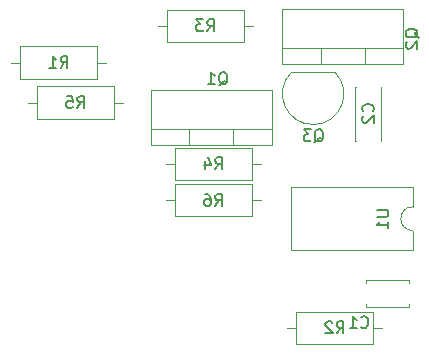
<source format=gbr>
%TF.GenerationSoftware,KiCad,Pcbnew,9.0.2*%
%TF.CreationDate,2025-07-18T12:05:27+02:00*%
%TF.ProjectId,Ligther,4c696774-6865-4722-9e6b-696361645f70,rev?*%
%TF.SameCoordinates,Original*%
%TF.FileFunction,Legend,Bot*%
%TF.FilePolarity,Positive*%
%FSLAX46Y46*%
G04 Gerber Fmt 4.6, Leading zero omitted, Abs format (unit mm)*
G04 Created by KiCad (PCBNEW 9.0.2) date 2025-07-18 12:05:27*
%MOMM*%
%LPD*%
G01*
G04 APERTURE LIST*
%ADD10C,0.150000*%
%ADD11C,0.120000*%
G04 APERTURE END LIST*
D10*
X92096666Y-39174819D02*
X92429999Y-38698628D01*
X92668094Y-39174819D02*
X92668094Y-38174819D01*
X92668094Y-38174819D02*
X92287142Y-38174819D01*
X92287142Y-38174819D02*
X92191904Y-38222438D01*
X92191904Y-38222438D02*
X92144285Y-38270057D01*
X92144285Y-38270057D02*
X92096666Y-38365295D01*
X92096666Y-38365295D02*
X92096666Y-38508152D01*
X92096666Y-38508152D02*
X92144285Y-38603390D01*
X92144285Y-38603390D02*
X92191904Y-38651009D01*
X92191904Y-38651009D02*
X92287142Y-38698628D01*
X92287142Y-38698628D02*
X92668094Y-38698628D01*
X91144285Y-39174819D02*
X91715713Y-39174819D01*
X91429999Y-39174819D02*
X91429999Y-38174819D01*
X91429999Y-38174819D02*
X91525237Y-38317676D01*
X91525237Y-38317676D02*
X91620475Y-38412914D01*
X91620475Y-38412914D02*
X91715713Y-38460533D01*
X105485238Y-40630057D02*
X105580476Y-40582438D01*
X105580476Y-40582438D02*
X105675714Y-40487200D01*
X105675714Y-40487200D02*
X105818571Y-40344342D01*
X105818571Y-40344342D02*
X105913809Y-40296723D01*
X105913809Y-40296723D02*
X106009047Y-40296723D01*
X105961428Y-40534819D02*
X106056666Y-40487200D01*
X106056666Y-40487200D02*
X106151904Y-40391961D01*
X106151904Y-40391961D02*
X106199523Y-40201485D01*
X106199523Y-40201485D02*
X106199523Y-39868152D01*
X106199523Y-39868152D02*
X106151904Y-39677676D01*
X106151904Y-39677676D02*
X106056666Y-39582438D01*
X106056666Y-39582438D02*
X105961428Y-39534819D01*
X105961428Y-39534819D02*
X105770952Y-39534819D01*
X105770952Y-39534819D02*
X105675714Y-39582438D01*
X105675714Y-39582438D02*
X105580476Y-39677676D01*
X105580476Y-39677676D02*
X105532857Y-39868152D01*
X105532857Y-39868152D02*
X105532857Y-40201485D01*
X105532857Y-40201485D02*
X105580476Y-40391961D01*
X105580476Y-40391961D02*
X105675714Y-40487200D01*
X105675714Y-40487200D02*
X105770952Y-40534819D01*
X105770952Y-40534819D02*
X105961428Y-40534819D01*
X104580476Y-40534819D02*
X105151904Y-40534819D01*
X104866190Y-40534819D02*
X104866190Y-39534819D01*
X104866190Y-39534819D02*
X104961428Y-39677676D01*
X104961428Y-39677676D02*
X105056666Y-39772914D01*
X105056666Y-39772914D02*
X105151904Y-39820533D01*
X115476666Y-61624819D02*
X115809999Y-61148628D01*
X116048094Y-61624819D02*
X116048094Y-60624819D01*
X116048094Y-60624819D02*
X115667142Y-60624819D01*
X115667142Y-60624819D02*
X115571904Y-60672438D01*
X115571904Y-60672438D02*
X115524285Y-60720057D01*
X115524285Y-60720057D02*
X115476666Y-60815295D01*
X115476666Y-60815295D02*
X115476666Y-60958152D01*
X115476666Y-60958152D02*
X115524285Y-61053390D01*
X115524285Y-61053390D02*
X115571904Y-61101009D01*
X115571904Y-61101009D02*
X115667142Y-61148628D01*
X115667142Y-61148628D02*
X116048094Y-61148628D01*
X115095713Y-60720057D02*
X115048094Y-60672438D01*
X115048094Y-60672438D02*
X114952856Y-60624819D01*
X114952856Y-60624819D02*
X114714761Y-60624819D01*
X114714761Y-60624819D02*
X114619523Y-60672438D01*
X114619523Y-60672438D02*
X114571904Y-60720057D01*
X114571904Y-60720057D02*
X114524285Y-60815295D01*
X114524285Y-60815295D02*
X114524285Y-60910533D01*
X114524285Y-60910533D02*
X114571904Y-61053390D01*
X114571904Y-61053390D02*
X115143332Y-61624819D01*
X115143332Y-61624819D02*
X114524285Y-61624819D01*
X105206666Y-50844819D02*
X105539999Y-50368628D01*
X105778094Y-50844819D02*
X105778094Y-49844819D01*
X105778094Y-49844819D02*
X105397142Y-49844819D01*
X105397142Y-49844819D02*
X105301904Y-49892438D01*
X105301904Y-49892438D02*
X105254285Y-49940057D01*
X105254285Y-49940057D02*
X105206666Y-50035295D01*
X105206666Y-50035295D02*
X105206666Y-50178152D01*
X105206666Y-50178152D02*
X105254285Y-50273390D01*
X105254285Y-50273390D02*
X105301904Y-50321009D01*
X105301904Y-50321009D02*
X105397142Y-50368628D01*
X105397142Y-50368628D02*
X105778094Y-50368628D01*
X104349523Y-49844819D02*
X104539999Y-49844819D01*
X104539999Y-49844819D02*
X104635237Y-49892438D01*
X104635237Y-49892438D02*
X104682856Y-49940057D01*
X104682856Y-49940057D02*
X104778094Y-50082914D01*
X104778094Y-50082914D02*
X104825713Y-50273390D01*
X104825713Y-50273390D02*
X104825713Y-50654342D01*
X104825713Y-50654342D02*
X104778094Y-50749580D01*
X104778094Y-50749580D02*
X104730475Y-50797200D01*
X104730475Y-50797200D02*
X104635237Y-50844819D01*
X104635237Y-50844819D02*
X104444761Y-50844819D01*
X104444761Y-50844819D02*
X104349523Y-50797200D01*
X104349523Y-50797200D02*
X104301904Y-50749580D01*
X104301904Y-50749580D02*
X104254285Y-50654342D01*
X104254285Y-50654342D02*
X104254285Y-50416247D01*
X104254285Y-50416247D02*
X104301904Y-50321009D01*
X104301904Y-50321009D02*
X104349523Y-50273390D01*
X104349523Y-50273390D02*
X104444761Y-50225771D01*
X104444761Y-50225771D02*
X104635237Y-50225771D01*
X104635237Y-50225771D02*
X104730475Y-50273390D01*
X104730475Y-50273390D02*
X104778094Y-50321009D01*
X104778094Y-50321009D02*
X104825713Y-50416247D01*
X118854819Y-51188095D02*
X119664342Y-51188095D01*
X119664342Y-51188095D02*
X119759580Y-51235714D01*
X119759580Y-51235714D02*
X119807200Y-51283333D01*
X119807200Y-51283333D02*
X119854819Y-51378571D01*
X119854819Y-51378571D02*
X119854819Y-51569047D01*
X119854819Y-51569047D02*
X119807200Y-51664285D01*
X119807200Y-51664285D02*
X119759580Y-51711904D01*
X119759580Y-51711904D02*
X119664342Y-51759523D01*
X119664342Y-51759523D02*
X118854819Y-51759523D01*
X119854819Y-52759523D02*
X119854819Y-52188095D01*
X119854819Y-52473809D02*
X118854819Y-52473809D01*
X118854819Y-52473809D02*
X118997676Y-52378571D01*
X118997676Y-52378571D02*
X119092914Y-52283333D01*
X119092914Y-52283333D02*
X119140533Y-52188095D01*
X104526666Y-36064819D02*
X104859999Y-35588628D01*
X105098094Y-36064819D02*
X105098094Y-35064819D01*
X105098094Y-35064819D02*
X104717142Y-35064819D01*
X104717142Y-35064819D02*
X104621904Y-35112438D01*
X104621904Y-35112438D02*
X104574285Y-35160057D01*
X104574285Y-35160057D02*
X104526666Y-35255295D01*
X104526666Y-35255295D02*
X104526666Y-35398152D01*
X104526666Y-35398152D02*
X104574285Y-35493390D01*
X104574285Y-35493390D02*
X104621904Y-35541009D01*
X104621904Y-35541009D02*
X104717142Y-35588628D01*
X104717142Y-35588628D02*
X105098094Y-35588628D01*
X104193332Y-35064819D02*
X103574285Y-35064819D01*
X103574285Y-35064819D02*
X103907618Y-35445771D01*
X103907618Y-35445771D02*
X103764761Y-35445771D01*
X103764761Y-35445771D02*
X103669523Y-35493390D01*
X103669523Y-35493390D02*
X103621904Y-35541009D01*
X103621904Y-35541009D02*
X103574285Y-35636247D01*
X103574285Y-35636247D02*
X103574285Y-35874342D01*
X103574285Y-35874342D02*
X103621904Y-35969580D01*
X103621904Y-35969580D02*
X103669523Y-36017200D01*
X103669523Y-36017200D02*
X103764761Y-36064819D01*
X103764761Y-36064819D02*
X104050475Y-36064819D01*
X104050475Y-36064819D02*
X104145713Y-36017200D01*
X104145713Y-36017200D02*
X104193332Y-35969580D01*
X113585238Y-45470057D02*
X113680476Y-45422438D01*
X113680476Y-45422438D02*
X113775714Y-45327200D01*
X113775714Y-45327200D02*
X113918571Y-45184342D01*
X113918571Y-45184342D02*
X114013809Y-45136723D01*
X114013809Y-45136723D02*
X114109047Y-45136723D01*
X114061428Y-45374819D02*
X114156666Y-45327200D01*
X114156666Y-45327200D02*
X114251904Y-45231961D01*
X114251904Y-45231961D02*
X114299523Y-45041485D01*
X114299523Y-45041485D02*
X114299523Y-44708152D01*
X114299523Y-44708152D02*
X114251904Y-44517676D01*
X114251904Y-44517676D02*
X114156666Y-44422438D01*
X114156666Y-44422438D02*
X114061428Y-44374819D01*
X114061428Y-44374819D02*
X113870952Y-44374819D01*
X113870952Y-44374819D02*
X113775714Y-44422438D01*
X113775714Y-44422438D02*
X113680476Y-44517676D01*
X113680476Y-44517676D02*
X113632857Y-44708152D01*
X113632857Y-44708152D02*
X113632857Y-45041485D01*
X113632857Y-45041485D02*
X113680476Y-45231961D01*
X113680476Y-45231961D02*
X113775714Y-45327200D01*
X113775714Y-45327200D02*
X113870952Y-45374819D01*
X113870952Y-45374819D02*
X114061428Y-45374819D01*
X113299523Y-44374819D02*
X112680476Y-44374819D01*
X112680476Y-44374819D02*
X113013809Y-44755771D01*
X113013809Y-44755771D02*
X112870952Y-44755771D01*
X112870952Y-44755771D02*
X112775714Y-44803390D01*
X112775714Y-44803390D02*
X112728095Y-44851009D01*
X112728095Y-44851009D02*
X112680476Y-44946247D01*
X112680476Y-44946247D02*
X112680476Y-45184342D01*
X112680476Y-45184342D02*
X112728095Y-45279580D01*
X112728095Y-45279580D02*
X112775714Y-45327200D01*
X112775714Y-45327200D02*
X112870952Y-45374819D01*
X112870952Y-45374819D02*
X113156666Y-45374819D01*
X113156666Y-45374819D02*
X113251904Y-45327200D01*
X113251904Y-45327200D02*
X113299523Y-45279580D01*
X117546666Y-61099580D02*
X117594285Y-61147200D01*
X117594285Y-61147200D02*
X117737142Y-61194819D01*
X117737142Y-61194819D02*
X117832380Y-61194819D01*
X117832380Y-61194819D02*
X117975237Y-61147200D01*
X117975237Y-61147200D02*
X118070475Y-61051961D01*
X118070475Y-61051961D02*
X118118094Y-60956723D01*
X118118094Y-60956723D02*
X118165713Y-60766247D01*
X118165713Y-60766247D02*
X118165713Y-60623390D01*
X118165713Y-60623390D02*
X118118094Y-60432914D01*
X118118094Y-60432914D02*
X118070475Y-60337676D01*
X118070475Y-60337676D02*
X117975237Y-60242438D01*
X117975237Y-60242438D02*
X117832380Y-60194819D01*
X117832380Y-60194819D02*
X117737142Y-60194819D01*
X117737142Y-60194819D02*
X117594285Y-60242438D01*
X117594285Y-60242438D02*
X117546666Y-60290057D01*
X116594285Y-61194819D02*
X117165713Y-61194819D01*
X116879999Y-61194819D02*
X116879999Y-60194819D01*
X116879999Y-60194819D02*
X116975237Y-60337676D01*
X116975237Y-60337676D02*
X117070475Y-60432914D01*
X117070475Y-60432914D02*
X117165713Y-60480533D01*
X118539580Y-42853333D02*
X118587200Y-42805714D01*
X118587200Y-42805714D02*
X118634819Y-42662857D01*
X118634819Y-42662857D02*
X118634819Y-42567619D01*
X118634819Y-42567619D02*
X118587200Y-42424762D01*
X118587200Y-42424762D02*
X118491961Y-42329524D01*
X118491961Y-42329524D02*
X118396723Y-42281905D01*
X118396723Y-42281905D02*
X118206247Y-42234286D01*
X118206247Y-42234286D02*
X118063390Y-42234286D01*
X118063390Y-42234286D02*
X117872914Y-42281905D01*
X117872914Y-42281905D02*
X117777676Y-42329524D01*
X117777676Y-42329524D02*
X117682438Y-42424762D01*
X117682438Y-42424762D02*
X117634819Y-42567619D01*
X117634819Y-42567619D02*
X117634819Y-42662857D01*
X117634819Y-42662857D02*
X117682438Y-42805714D01*
X117682438Y-42805714D02*
X117730057Y-42853333D01*
X117730057Y-43234286D02*
X117682438Y-43281905D01*
X117682438Y-43281905D02*
X117634819Y-43377143D01*
X117634819Y-43377143D02*
X117634819Y-43615238D01*
X117634819Y-43615238D02*
X117682438Y-43710476D01*
X117682438Y-43710476D02*
X117730057Y-43758095D01*
X117730057Y-43758095D02*
X117825295Y-43805714D01*
X117825295Y-43805714D02*
X117920533Y-43805714D01*
X117920533Y-43805714D02*
X118063390Y-43758095D01*
X118063390Y-43758095D02*
X118634819Y-43186667D01*
X118634819Y-43186667D02*
X118634819Y-43805714D01*
X93526666Y-42554819D02*
X93859999Y-42078628D01*
X94098094Y-42554819D02*
X94098094Y-41554819D01*
X94098094Y-41554819D02*
X93717142Y-41554819D01*
X93717142Y-41554819D02*
X93621904Y-41602438D01*
X93621904Y-41602438D02*
X93574285Y-41650057D01*
X93574285Y-41650057D02*
X93526666Y-41745295D01*
X93526666Y-41745295D02*
X93526666Y-41888152D01*
X93526666Y-41888152D02*
X93574285Y-41983390D01*
X93574285Y-41983390D02*
X93621904Y-42031009D01*
X93621904Y-42031009D02*
X93717142Y-42078628D01*
X93717142Y-42078628D02*
X94098094Y-42078628D01*
X92621904Y-41554819D02*
X93098094Y-41554819D01*
X93098094Y-41554819D02*
X93145713Y-42031009D01*
X93145713Y-42031009D02*
X93098094Y-41983390D01*
X93098094Y-41983390D02*
X93002856Y-41935771D01*
X93002856Y-41935771D02*
X92764761Y-41935771D01*
X92764761Y-41935771D02*
X92669523Y-41983390D01*
X92669523Y-41983390D02*
X92621904Y-42031009D01*
X92621904Y-42031009D02*
X92574285Y-42126247D01*
X92574285Y-42126247D02*
X92574285Y-42364342D01*
X92574285Y-42364342D02*
X92621904Y-42459580D01*
X92621904Y-42459580D02*
X92669523Y-42507200D01*
X92669523Y-42507200D02*
X92764761Y-42554819D01*
X92764761Y-42554819D02*
X93002856Y-42554819D01*
X93002856Y-42554819D02*
X93098094Y-42507200D01*
X93098094Y-42507200D02*
X93145713Y-42459580D01*
X122410057Y-36624761D02*
X122362438Y-36529523D01*
X122362438Y-36529523D02*
X122267200Y-36434285D01*
X122267200Y-36434285D02*
X122124342Y-36291428D01*
X122124342Y-36291428D02*
X122076723Y-36196190D01*
X122076723Y-36196190D02*
X122076723Y-36100952D01*
X122314819Y-36148571D02*
X122267200Y-36053333D01*
X122267200Y-36053333D02*
X122171961Y-35958095D01*
X122171961Y-35958095D02*
X121981485Y-35910476D01*
X121981485Y-35910476D02*
X121648152Y-35910476D01*
X121648152Y-35910476D02*
X121457676Y-35958095D01*
X121457676Y-35958095D02*
X121362438Y-36053333D01*
X121362438Y-36053333D02*
X121314819Y-36148571D01*
X121314819Y-36148571D02*
X121314819Y-36339047D01*
X121314819Y-36339047D02*
X121362438Y-36434285D01*
X121362438Y-36434285D02*
X121457676Y-36529523D01*
X121457676Y-36529523D02*
X121648152Y-36577142D01*
X121648152Y-36577142D02*
X121981485Y-36577142D01*
X121981485Y-36577142D02*
X122171961Y-36529523D01*
X122171961Y-36529523D02*
X122267200Y-36434285D01*
X122267200Y-36434285D02*
X122314819Y-36339047D01*
X122314819Y-36339047D02*
X122314819Y-36148571D01*
X121410057Y-36958095D02*
X121362438Y-37005714D01*
X121362438Y-37005714D02*
X121314819Y-37100952D01*
X121314819Y-37100952D02*
X121314819Y-37339047D01*
X121314819Y-37339047D02*
X121362438Y-37434285D01*
X121362438Y-37434285D02*
X121410057Y-37481904D01*
X121410057Y-37481904D02*
X121505295Y-37529523D01*
X121505295Y-37529523D02*
X121600533Y-37529523D01*
X121600533Y-37529523D02*
X121743390Y-37481904D01*
X121743390Y-37481904D02*
X122314819Y-36910476D01*
X122314819Y-36910476D02*
X122314819Y-37529523D01*
X105206666Y-47734819D02*
X105539999Y-47258628D01*
X105778094Y-47734819D02*
X105778094Y-46734819D01*
X105778094Y-46734819D02*
X105397142Y-46734819D01*
X105397142Y-46734819D02*
X105301904Y-46782438D01*
X105301904Y-46782438D02*
X105254285Y-46830057D01*
X105254285Y-46830057D02*
X105206666Y-46925295D01*
X105206666Y-46925295D02*
X105206666Y-47068152D01*
X105206666Y-47068152D02*
X105254285Y-47163390D01*
X105254285Y-47163390D02*
X105301904Y-47211009D01*
X105301904Y-47211009D02*
X105397142Y-47258628D01*
X105397142Y-47258628D02*
X105778094Y-47258628D01*
X104349523Y-47068152D02*
X104349523Y-47734819D01*
X104587618Y-46687200D02*
X104825713Y-47401485D01*
X104825713Y-47401485D02*
X104206666Y-47401485D01*
D11*
%TO.C,R1*%
X87900000Y-38710000D02*
X88670000Y-38710000D01*
X95980000Y-38710000D02*
X95210000Y-38710000D01*
X88670000Y-40080000D02*
X95210000Y-40080000D01*
X95210000Y-37340000D01*
X88670000Y-37340000D01*
X88670000Y-40080000D01*
%TO.C,Q1*%
X99750000Y-41060000D02*
X109970000Y-41060000D01*
X99750000Y-44300000D02*
X109970000Y-44300000D01*
X99750000Y-45680000D02*
X99750000Y-41060000D01*
X99750000Y-45680000D02*
X109970000Y-45680000D01*
X103010000Y-45680000D02*
X103010000Y-44300000D01*
X106710000Y-45680000D02*
X106710000Y-44300000D01*
X109970000Y-45680000D02*
X109970000Y-41060000D01*
%TO.C,R2*%
X119340000Y-61160000D02*
X118570000Y-61160000D01*
X111260000Y-61160000D02*
X112030000Y-61160000D01*
X112030000Y-62530000D02*
X118570000Y-62530000D01*
X118570000Y-59790000D01*
X112030000Y-59790000D01*
X112030000Y-62530000D01*
%TO.C,R6*%
X101000000Y-50370000D02*
X101770000Y-50370000D01*
X109080000Y-50370000D02*
X108310000Y-50370000D01*
X101770000Y-51740000D02*
X108310000Y-51740000D01*
X108310000Y-49000000D01*
X101770000Y-49000000D01*
X101770000Y-51740000D01*
%TO.C,U1*%
X111630000Y-49280000D02*
X121910000Y-49280000D01*
X111630000Y-54580000D02*
X111630000Y-49280000D01*
X121910000Y-49280000D02*
X121910000Y-50930000D01*
X121910000Y-52930000D02*
X121910000Y-54580000D01*
X121910000Y-54580000D02*
X111630000Y-54580000D01*
X121910000Y-52930000D02*
G75*
G02*
X121910000Y-50930000I0J1000000D01*
G01*
%TO.C,R3*%
X100320000Y-35610000D02*
X101090000Y-35610000D01*
X108400000Y-35610000D02*
X107630000Y-35610000D01*
X107630000Y-34240000D02*
X101090000Y-34240000D01*
X101090000Y-36980000D01*
X107630000Y-36980000D01*
X107630000Y-34240000D01*
%TO.C,Q3*%
X111690000Y-39510000D02*
X115290000Y-39510000D01*
X113490000Y-43960000D02*
G75*
G02*
X111651522Y-39521522I0J2600000D01*
G01*
X115328478Y-39521522D02*
G75*
G02*
X113490000Y-43960001I-1838478J-1838478D01*
G01*
%TO.C,C1*%
X117950000Y-57100000D02*
X121590000Y-57100000D01*
X117950000Y-57400000D02*
X117950000Y-57100000D01*
X117950000Y-59440000D02*
X117950000Y-59140000D01*
X117950000Y-59440000D02*
X121590000Y-59440000D01*
X121590000Y-57400000D02*
X121590000Y-57100000D01*
X121590000Y-59440000D02*
X121590000Y-59140000D01*
%TO.C,C2*%
X117050000Y-45330000D02*
X117050000Y-40790000D01*
X117106000Y-40790000D02*
X117050000Y-40790000D01*
X117106000Y-45330000D02*
X117050000Y-45330000D01*
X119190000Y-45330000D02*
X119190000Y-40790000D01*
%TO.C,R5*%
X89320000Y-42100000D02*
X90090000Y-42100000D01*
X97400000Y-42100000D02*
X96630000Y-42100000D01*
X90090000Y-43470000D02*
X96630000Y-43470000D01*
X96630000Y-40730000D01*
X90090000Y-40730000D01*
X90090000Y-43470000D01*
%TO.C,Q2*%
X110890000Y-34210000D02*
X121110000Y-34210000D01*
X110890000Y-37450000D02*
X121110000Y-37450000D01*
X110890000Y-38830000D02*
X110890000Y-34210000D01*
X110890000Y-38830000D02*
X121110000Y-38830000D01*
X114150000Y-38830000D02*
X114150000Y-37450000D01*
X117850000Y-38830000D02*
X117850000Y-37450000D01*
X121110000Y-38830000D02*
X121110000Y-34210000D01*
%TO.C,R4*%
X100990000Y-47320000D02*
X101760000Y-47320000D01*
X109070000Y-47320000D02*
X108300000Y-47320000D01*
X101760000Y-48690000D02*
X108300000Y-48690000D01*
X108300000Y-45950000D01*
X101760000Y-45950000D01*
X101760000Y-48690000D01*
%TD*%
M02*

</source>
